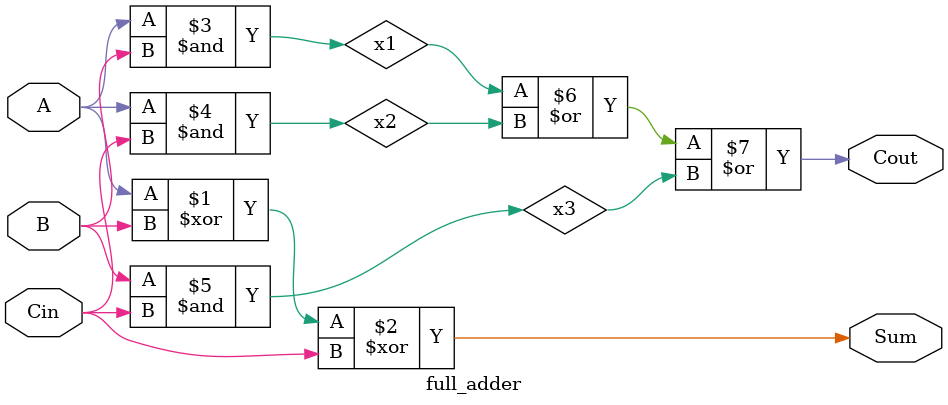
<source format=v>
`timescale 1ns / 1ps


module full_adder(output Sum, Cout, input A,B,Cin);
wire x1,x2,x3;
xor sum1(Sum,A,B,Cin);
and X1(x1,A,B);
and X2(x2,A,Cin);
and X3(x3,B,Cin);
or cout(Cout, x1,x2,x3);

endmodule

</source>
